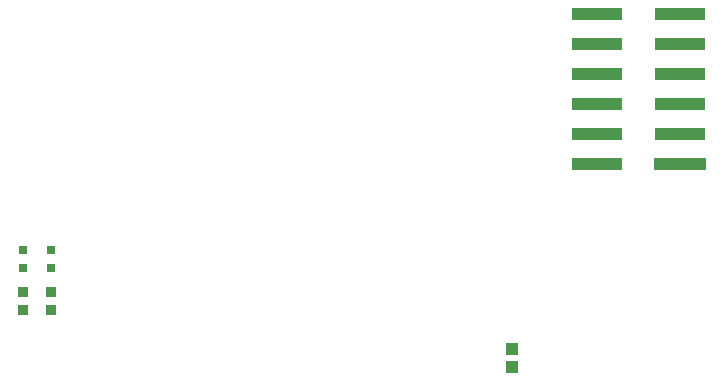
<source format=gbr>
%TF.GenerationSoftware,Altium Limited,Altium Designer,24.2.2 (26)*%
G04 Layer_Color=8421504*
%FSLAX45Y45*%
%MOMM*%
%TF.SameCoordinates,7B2EFB22-2454-4570-B993-6C8DBF9E02C9*%
%TF.FilePolarity,Positive*%
%TF.FileFunction,Paste,Top*%
%TF.Part,Single*%
G01*
G75*
%TA.AperFunction,SMDPad,CuDef*%
%ADD10R,1.00000X1.05000*%
%ADD11R,0.90000X0.85000*%
%ADD12R,0.80000X0.80000*%
%ADD13R,4.50000X1.00000*%
%ADD14R,4.32000X1.00000*%
D10*
X4544060Y977900D02*
D03*
Y827900D02*
D03*
D11*
X637540Y1304260D02*
D03*
Y1459260D02*
D03*
X396240Y1304260D02*
D03*
Y1459260D02*
D03*
D12*
X637540Y1812360D02*
D03*
Y1662360D02*
D03*
X396240Y1812360D02*
D03*
Y1662360D02*
D03*
D13*
X5965400Y2540000D02*
D03*
D14*
Y2794000D02*
D03*
Y3048000D02*
D03*
Y3302000D02*
D03*
Y3556000D02*
D03*
Y3810000D02*
D03*
X5261400D02*
D03*
Y3556000D02*
D03*
Y3302000D02*
D03*
Y3048000D02*
D03*
Y2794000D02*
D03*
Y2540000D02*
D03*
%TF.MD5,2a14fadd12f6255ec00ae6b290e9a64f*%
M02*

</source>
